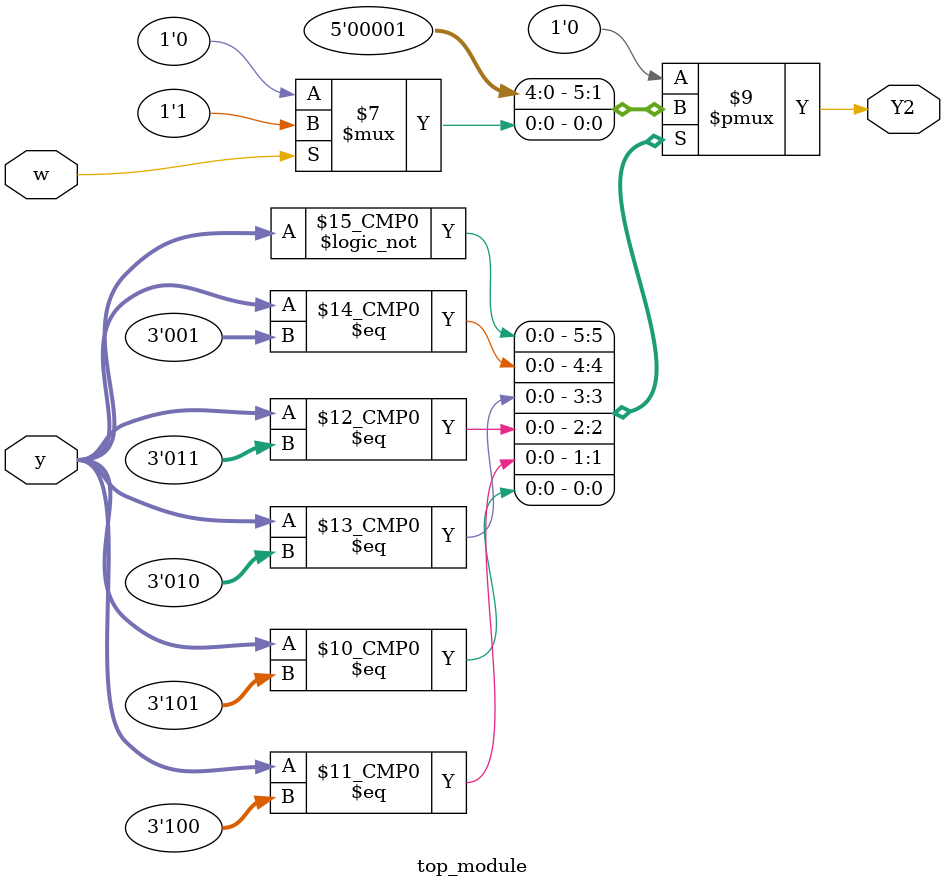
<source format=sv>
module top_module(
    input [3:1] y,
    input w,
    output reg Y2);

    always @(*) begin
        case (y)
            3'b000: Y2 = (w) ? 1'b0 : 1'b0; // State A, next state is A or B
            3'b001: Y2 = (w) ? 1'b0 : 1'b0; // State B, next state is D or C
            3'b010: Y2 = (w) ? 1'b0 : 1'b0; // State C, next state is D or E
            3'b011: Y2 = (w) ? 1'b0 : 1'b0; // State D, next state is A or F
            3'b100: Y2 = (w) ? 1'b1 : 1'b1; // State E, next state is D or E
            3'b101: Y2 = (w) ? 1'b1 : 1'b0; // State F, next state is D or C
            default: Y2 = 1'b0; // Default state if input is invalid
        endcase
    end
endmodule

</source>
